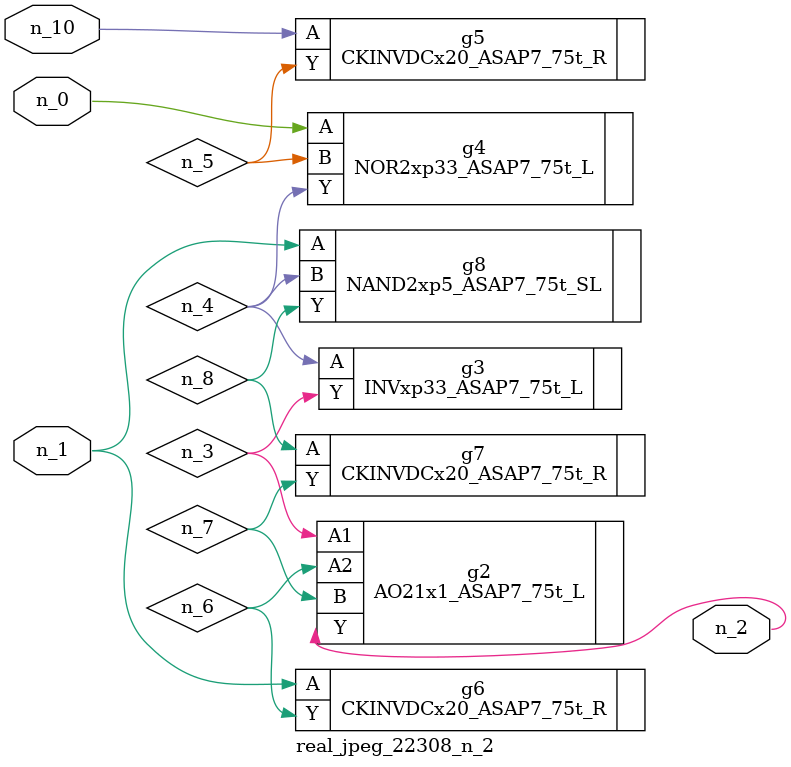
<source format=v>
module real_jpeg_22308_n_2 (n_1, n_10, n_0, n_2);

input n_1;
input n_10;
input n_0;

output n_2;

wire n_5;
wire n_4;
wire n_8;
wire n_6;
wire n_7;
wire n_3;

NOR2xp33_ASAP7_75t_L g4 ( 
.A(n_0),
.B(n_5),
.Y(n_4)
);

CKINVDCx20_ASAP7_75t_R g6 ( 
.A(n_1),
.Y(n_6)
);

NAND2xp5_ASAP7_75t_SL g8 ( 
.A(n_1),
.B(n_4),
.Y(n_8)
);

AO21x1_ASAP7_75t_L g2 ( 
.A1(n_3),
.A2(n_6),
.B(n_7),
.Y(n_2)
);

INVxp33_ASAP7_75t_L g3 ( 
.A(n_4),
.Y(n_3)
);

CKINVDCx20_ASAP7_75t_R g7 ( 
.A(n_8),
.Y(n_7)
);

CKINVDCx20_ASAP7_75t_R g5 ( 
.A(n_10),
.Y(n_5)
);


endmodule
</source>
